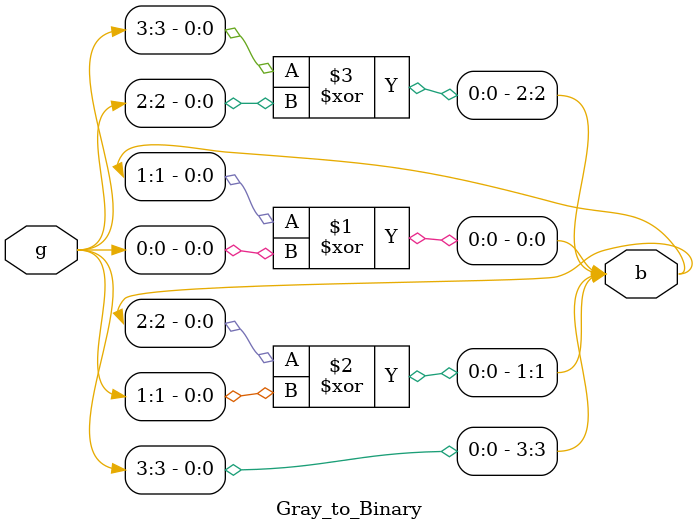
<source format=v>
`timescale 1ns / 1ps

module Gray_to_Binary(
    input [3:0] g,       //Input declaration
    output [3:0] b       //output declaration
    );
assign b[0]=b[1]^g[0];
assign b[1]=b[2]^g[1];
assign b[2]=b[3]^g[2];
assign b[3]=g[3];
endmodule

</source>
